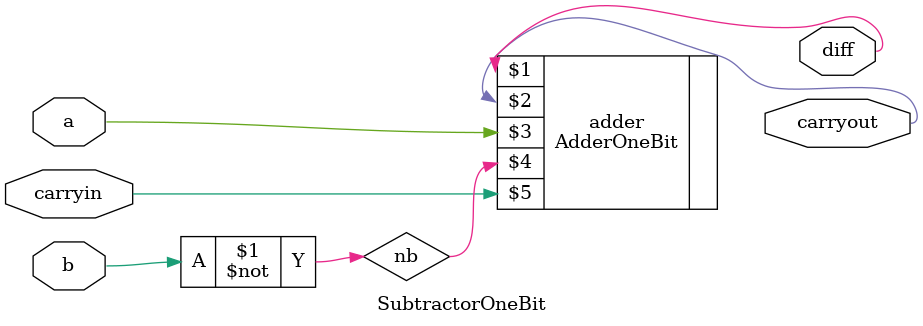
<source format=v>

`include "add.v"

`define NOT not #50

module SubtractorOneBit(
    output diff,
    output carryout,
    input a,
    input b,
    input carryin
);

   wire nb; // inverted b

   `NOT bNOT(nb, b); // sets nb's value
   
   AdderOneBit adder(diff,carryout,a,nb,carryin); // adds a and inverted b
endmodule

</source>
